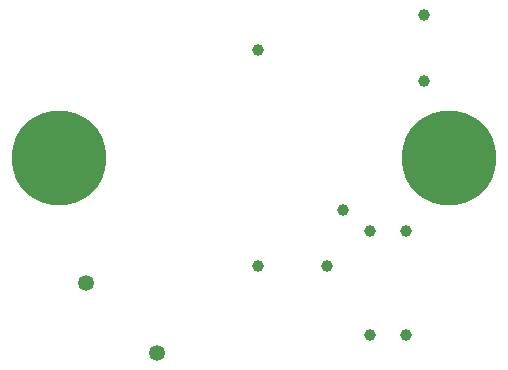
<source format=gtl>
G04*
G04 #@! TF.GenerationSoftware,Altium Limited,Altium Designer,20.1.8 (145)*
G04*
G04 Layer_Physical_Order=1*
G04 Layer_Color=255*
%FSTAX43Y43*%
%MOMM*%
G71*
G04*
G04 #@! TF.SameCoordinates,7F49C3F1-04F9-482F-9C58-12B171E084D3*
G04*
G04*
G04 #@! TF.FilePolarity,Positive*
G04*
G01*
G75*
%ADD16C,1.350*%
%ADD17C,1.000*%
%ADD18C,8.000*%
D16*
X0091743Y0058504D02*
D03*
X0085755Y0064484D02*
D03*
D17*
X0114375Y0081525D02*
D03*
Y0087175D02*
D03*
X0100325Y0084175D02*
D03*
X0107475Y0070625D02*
D03*
X0112875Y0068888D02*
D03*
X0109825D02*
D03*
X0112875Y0060012D02*
D03*
X0109825D02*
D03*
X0106175Y0065875D02*
D03*
X0100325D02*
D03*
D18*
X00835Y0075D02*
D03*
X01165D02*
D03*
M02*

</source>
